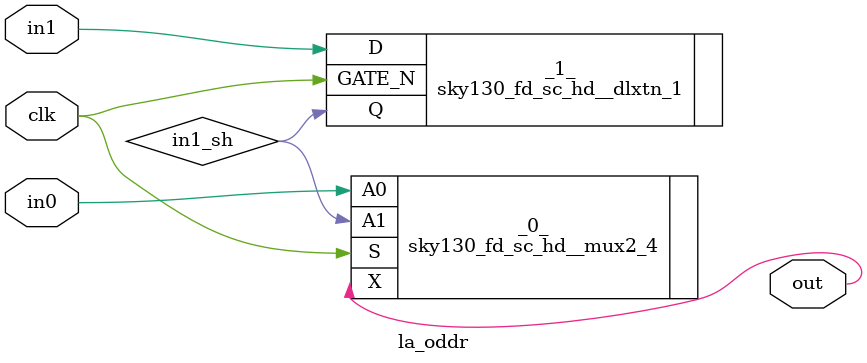
<source format=v>

/* Generated by Yosys 0.37 (git sha1 a5c7f69ed, clang 14.0.0-1ubuntu1.1 -fPIC -Os) */

module la_oddr(clk, in0, in1, out);
  input clk;
  wire clk;
  input in0;
  wire in0;
  input in1;
  wire in1;
  wire in1_sh;
  output out;
  wire out;
  sky130_fd_sc_hd__mux2_4 _0_ (
    .A0(in0),
    .A1(in1_sh),
    .S(clk),
    .X(out)
  );
  sky130_fd_sc_hd__dlxtn_1 _1_ (
    .D(in1),
    .GATE_N(clk),
    .Q(in1_sh)
  );
endmodule

</source>
